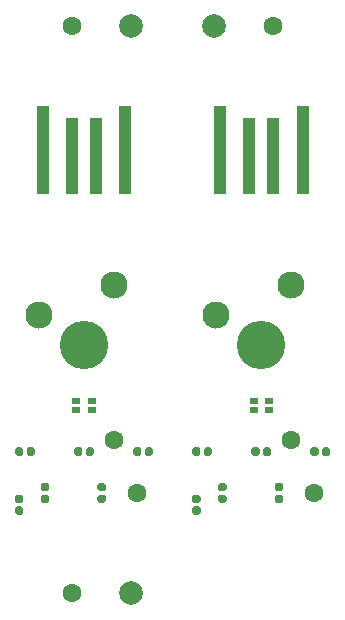
<source format=gts>
%TF.GenerationSoftware,KiCad,Pcbnew,5.1.6*%
%TF.CreationDate,2020-10-27T00:07:36+01:00*%
%TF.ProjectId,anykey-x2,616e796b-6579-42d7-9832-2e6b69636164,rev?*%
%TF.SameCoordinates,Original*%
%TF.FileFunction,Soldermask,Top*%
%TF.FilePolarity,Negative*%
%FSLAX46Y46*%
G04 Gerber Fmt 4.6, Leading zero omitted, Abs format (unit mm)*
G04 Created by KiCad (PCBNEW 5.1.6) date 2020-10-27 00:07:36*
%MOMM*%
%LPD*%
G01*
G04 APERTURE LIST*
%ADD10C,1.600000*%
%ADD11C,2.000000*%
%ADD12R,0.700000X0.500000*%
%ADD13R,1.100000X7.510000*%
%ADD14R,1.100000X6.510000*%
%ADD15C,2.300000*%
%ADD16C,4.100000*%
G04 APERTURE END LIST*
D10*
%TO.C,REF\u002A\u002A*%
X54999000Y-92501017D03*
%TD*%
%TO.C,REF\u002A\u002A*%
X72001018Y-44499000D03*
%TD*%
%TO.C,REF\u002A\u002A*%
X54999000Y-44499000D03*
%TD*%
D11*
%TO.C,REF\u002A\u002A*%
X59999000Y-92501017D03*
%TD*%
%TO.C,REF\u002A\u002A*%
X67001018Y-44499000D03*
%TD*%
%TO.C,REF\u002A\u002A*%
X59999000Y-44499000D03*
%TD*%
D12*
%TO.C,D2*%
X70350018Y-76180001D03*
X71650018Y-76180001D03*
X71650018Y-76980001D03*
X70350018Y-76980001D03*
%TD*%
D13*
%TO.C,J1*%
X74500018Y-54945001D03*
D14*
X72000018Y-55445001D03*
X70000018Y-55445001D03*
D13*
X67500018Y-54945001D03*
%TD*%
%TO.C,R2*%
G36*
G01*
X65302518Y-84170001D02*
X65697518Y-84170001D01*
G75*
G02*
X65870018Y-84342501I0J-172500D01*
G01*
X65870018Y-84687501D01*
G75*
G02*
X65697518Y-84860001I-172500J0D01*
G01*
X65302518Y-84860001D01*
G75*
G02*
X65130018Y-84687501I0J172500D01*
G01*
X65130018Y-84342501D01*
G75*
G02*
X65302518Y-84170001I172500J0D01*
G01*
G37*
G36*
G01*
X65302518Y-85140001D02*
X65697518Y-85140001D01*
G75*
G02*
X65870018Y-85312501I0J-172500D01*
G01*
X65870018Y-85657501D01*
G75*
G02*
X65697518Y-85830001I-172500J0D01*
G01*
X65302518Y-85830001D01*
G75*
G02*
X65130018Y-85657501I0J172500D01*
G01*
X65130018Y-85312501D01*
G75*
G02*
X65302518Y-85140001I172500J0D01*
G01*
G37*
%TD*%
%TO.C,R3*%
G36*
G01*
X67502518Y-83170001D02*
X67897518Y-83170001D01*
G75*
G02*
X68070018Y-83342501I0J-172500D01*
G01*
X68070018Y-83687501D01*
G75*
G02*
X67897518Y-83860001I-172500J0D01*
G01*
X67502518Y-83860001D01*
G75*
G02*
X67330018Y-83687501I0J172500D01*
G01*
X67330018Y-83342501D01*
G75*
G02*
X67502518Y-83170001I172500J0D01*
G01*
G37*
G36*
G01*
X67502518Y-84140001D02*
X67897518Y-84140001D01*
G75*
G02*
X68070018Y-84312501I0J-172500D01*
G01*
X68070018Y-84657501D01*
G75*
G02*
X67897518Y-84830001I-172500J0D01*
G01*
X67502518Y-84830001D01*
G75*
G02*
X67330018Y-84657501I0J172500D01*
G01*
X67330018Y-84312501D01*
G75*
G02*
X67502518Y-84140001I172500J0D01*
G01*
G37*
%TD*%
%TO.C,R4*%
G36*
G01*
X72302518Y-83170001D02*
X72697518Y-83170001D01*
G75*
G02*
X72870018Y-83342501I0J-172500D01*
G01*
X72870018Y-83687501D01*
G75*
G02*
X72697518Y-83860001I-172500J0D01*
G01*
X72302518Y-83860001D01*
G75*
G02*
X72130018Y-83687501I0J172500D01*
G01*
X72130018Y-83342501D01*
G75*
G02*
X72302518Y-83170001I172500J0D01*
G01*
G37*
G36*
G01*
X72302518Y-84140001D02*
X72697518Y-84140001D01*
G75*
G02*
X72870018Y-84312501I0J-172500D01*
G01*
X72870018Y-84657501D01*
G75*
G02*
X72697518Y-84830001I-172500J0D01*
G01*
X72302518Y-84830001D01*
G75*
G02*
X72130018Y-84657501I0J172500D01*
G01*
X72130018Y-84312501D01*
G75*
G02*
X72302518Y-84140001I172500J0D01*
G01*
G37*
%TD*%
%TO.C,R5*%
G36*
G01*
X66140018Y-80697501D02*
X66140018Y-80302501D01*
G75*
G02*
X66312518Y-80130001I172500J0D01*
G01*
X66657518Y-80130001D01*
G75*
G02*
X66830018Y-80302501I0J-172500D01*
G01*
X66830018Y-80697501D01*
G75*
G02*
X66657518Y-80870001I-172500J0D01*
G01*
X66312518Y-80870001D01*
G75*
G02*
X66140018Y-80697501I0J172500D01*
G01*
G37*
G36*
G01*
X65170018Y-80697501D02*
X65170018Y-80302501D01*
G75*
G02*
X65342518Y-80130001I172500J0D01*
G01*
X65687518Y-80130001D01*
G75*
G02*
X65860018Y-80302501I0J-172500D01*
G01*
X65860018Y-80697501D01*
G75*
G02*
X65687518Y-80870001I-172500J0D01*
G01*
X65342518Y-80870001D01*
G75*
G02*
X65170018Y-80697501I0J172500D01*
G01*
G37*
%TD*%
%TO.C,R6*%
G36*
G01*
X70170018Y-80697501D02*
X70170018Y-80302501D01*
G75*
G02*
X70342518Y-80130001I172500J0D01*
G01*
X70687518Y-80130001D01*
G75*
G02*
X70860018Y-80302501I0J-172500D01*
G01*
X70860018Y-80697501D01*
G75*
G02*
X70687518Y-80870001I-172500J0D01*
G01*
X70342518Y-80870001D01*
G75*
G02*
X70170018Y-80697501I0J172500D01*
G01*
G37*
G36*
G01*
X71140018Y-80697501D02*
X71140018Y-80302501D01*
G75*
G02*
X71312518Y-80130001I172500J0D01*
G01*
X71657518Y-80130001D01*
G75*
G02*
X71830018Y-80302501I0J-172500D01*
G01*
X71830018Y-80697501D01*
G75*
G02*
X71657518Y-80870001I-172500J0D01*
G01*
X71312518Y-80870001D01*
G75*
G02*
X71140018Y-80697501I0J172500D01*
G01*
G37*
%TD*%
%TO.C,R7*%
G36*
G01*
X75170018Y-80697501D02*
X75170018Y-80302501D01*
G75*
G02*
X75342518Y-80130001I172500J0D01*
G01*
X75687518Y-80130001D01*
G75*
G02*
X75860018Y-80302501I0J-172500D01*
G01*
X75860018Y-80697501D01*
G75*
G02*
X75687518Y-80870001I-172500J0D01*
G01*
X75342518Y-80870001D01*
G75*
G02*
X75170018Y-80697501I0J172500D01*
G01*
G37*
G36*
G01*
X76140018Y-80697501D02*
X76140018Y-80302501D01*
G75*
G02*
X76312518Y-80130001I172500J0D01*
G01*
X76657518Y-80130001D01*
G75*
G02*
X76830018Y-80302501I0J-172500D01*
G01*
X76830018Y-80697501D01*
G75*
G02*
X76657518Y-80870001I-172500J0D01*
G01*
X76312518Y-80870001D01*
G75*
G02*
X76140018Y-80697501I0J172500D01*
G01*
G37*
%TD*%
D15*
%TO.C,SW1*%
X73540018Y-66420001D03*
X67190018Y-68960001D03*
D16*
X71000018Y-71500001D03*
%TD*%
D10*
%TO.C,TP1*%
X73500018Y-79500001D03*
%TD*%
%TO.C,TP2*%
X75500018Y-84000001D03*
%TD*%
D12*
%TO.C,D2*%
X55350001Y-76180001D03*
X56650001Y-76180001D03*
X56650001Y-76980001D03*
X55350001Y-76980001D03*
%TD*%
D13*
%TO.C,J1*%
X59500001Y-54945001D03*
D14*
X57000001Y-55445001D03*
X55000001Y-55445001D03*
D13*
X52500001Y-54945001D03*
%TD*%
%TO.C,R2*%
G36*
G01*
X50302501Y-84170001D02*
X50697501Y-84170001D01*
G75*
G02*
X50870001Y-84342501I0J-172500D01*
G01*
X50870001Y-84687501D01*
G75*
G02*
X50697501Y-84860001I-172500J0D01*
G01*
X50302501Y-84860001D01*
G75*
G02*
X50130001Y-84687501I0J172500D01*
G01*
X50130001Y-84342501D01*
G75*
G02*
X50302501Y-84170001I172500J0D01*
G01*
G37*
G36*
G01*
X50302501Y-85140001D02*
X50697501Y-85140001D01*
G75*
G02*
X50870001Y-85312501I0J-172500D01*
G01*
X50870001Y-85657501D01*
G75*
G02*
X50697501Y-85830001I-172500J0D01*
G01*
X50302501Y-85830001D01*
G75*
G02*
X50130001Y-85657501I0J172500D01*
G01*
X50130001Y-85312501D01*
G75*
G02*
X50302501Y-85140001I172500J0D01*
G01*
G37*
%TD*%
%TO.C,R3*%
G36*
G01*
X52502501Y-83170001D02*
X52897501Y-83170001D01*
G75*
G02*
X53070001Y-83342501I0J-172500D01*
G01*
X53070001Y-83687501D01*
G75*
G02*
X52897501Y-83860001I-172500J0D01*
G01*
X52502501Y-83860001D01*
G75*
G02*
X52330001Y-83687501I0J172500D01*
G01*
X52330001Y-83342501D01*
G75*
G02*
X52502501Y-83170001I172500J0D01*
G01*
G37*
G36*
G01*
X52502501Y-84140001D02*
X52897501Y-84140001D01*
G75*
G02*
X53070001Y-84312501I0J-172500D01*
G01*
X53070001Y-84657501D01*
G75*
G02*
X52897501Y-84830001I-172500J0D01*
G01*
X52502501Y-84830001D01*
G75*
G02*
X52330001Y-84657501I0J172500D01*
G01*
X52330001Y-84312501D01*
G75*
G02*
X52502501Y-84140001I172500J0D01*
G01*
G37*
%TD*%
%TO.C,R4*%
G36*
G01*
X57302501Y-83170001D02*
X57697501Y-83170001D01*
G75*
G02*
X57870001Y-83342501I0J-172500D01*
G01*
X57870001Y-83687501D01*
G75*
G02*
X57697501Y-83860001I-172500J0D01*
G01*
X57302501Y-83860001D01*
G75*
G02*
X57130001Y-83687501I0J172500D01*
G01*
X57130001Y-83342501D01*
G75*
G02*
X57302501Y-83170001I172500J0D01*
G01*
G37*
G36*
G01*
X57302501Y-84140001D02*
X57697501Y-84140001D01*
G75*
G02*
X57870001Y-84312501I0J-172500D01*
G01*
X57870001Y-84657501D01*
G75*
G02*
X57697501Y-84830001I-172500J0D01*
G01*
X57302501Y-84830001D01*
G75*
G02*
X57130001Y-84657501I0J172500D01*
G01*
X57130001Y-84312501D01*
G75*
G02*
X57302501Y-84140001I172500J0D01*
G01*
G37*
%TD*%
%TO.C,R5*%
G36*
G01*
X51140001Y-80697501D02*
X51140001Y-80302501D01*
G75*
G02*
X51312501Y-80130001I172500J0D01*
G01*
X51657501Y-80130001D01*
G75*
G02*
X51830001Y-80302501I0J-172500D01*
G01*
X51830001Y-80697501D01*
G75*
G02*
X51657501Y-80870001I-172500J0D01*
G01*
X51312501Y-80870001D01*
G75*
G02*
X51140001Y-80697501I0J172500D01*
G01*
G37*
G36*
G01*
X50170001Y-80697501D02*
X50170001Y-80302501D01*
G75*
G02*
X50342501Y-80130001I172500J0D01*
G01*
X50687501Y-80130001D01*
G75*
G02*
X50860001Y-80302501I0J-172500D01*
G01*
X50860001Y-80697501D01*
G75*
G02*
X50687501Y-80870001I-172500J0D01*
G01*
X50342501Y-80870001D01*
G75*
G02*
X50170001Y-80697501I0J172500D01*
G01*
G37*
%TD*%
%TO.C,R6*%
G36*
G01*
X55170001Y-80697501D02*
X55170001Y-80302501D01*
G75*
G02*
X55342501Y-80130001I172500J0D01*
G01*
X55687501Y-80130001D01*
G75*
G02*
X55860001Y-80302501I0J-172500D01*
G01*
X55860001Y-80697501D01*
G75*
G02*
X55687501Y-80870001I-172500J0D01*
G01*
X55342501Y-80870001D01*
G75*
G02*
X55170001Y-80697501I0J172500D01*
G01*
G37*
G36*
G01*
X56140001Y-80697501D02*
X56140001Y-80302501D01*
G75*
G02*
X56312501Y-80130001I172500J0D01*
G01*
X56657501Y-80130001D01*
G75*
G02*
X56830001Y-80302501I0J-172500D01*
G01*
X56830001Y-80697501D01*
G75*
G02*
X56657501Y-80870001I-172500J0D01*
G01*
X56312501Y-80870001D01*
G75*
G02*
X56140001Y-80697501I0J172500D01*
G01*
G37*
%TD*%
%TO.C,R7*%
G36*
G01*
X60170001Y-80697501D02*
X60170001Y-80302501D01*
G75*
G02*
X60342501Y-80130001I172500J0D01*
G01*
X60687501Y-80130001D01*
G75*
G02*
X60860001Y-80302501I0J-172500D01*
G01*
X60860001Y-80697501D01*
G75*
G02*
X60687501Y-80870001I-172500J0D01*
G01*
X60342501Y-80870001D01*
G75*
G02*
X60170001Y-80697501I0J172500D01*
G01*
G37*
G36*
G01*
X61140001Y-80697501D02*
X61140001Y-80302501D01*
G75*
G02*
X61312501Y-80130001I172500J0D01*
G01*
X61657501Y-80130001D01*
G75*
G02*
X61830001Y-80302501I0J-172500D01*
G01*
X61830001Y-80697501D01*
G75*
G02*
X61657501Y-80870001I-172500J0D01*
G01*
X61312501Y-80870001D01*
G75*
G02*
X61140001Y-80697501I0J172500D01*
G01*
G37*
%TD*%
D15*
%TO.C,SW1*%
X58540001Y-66420001D03*
X52190001Y-68960001D03*
D16*
X56000001Y-71500001D03*
%TD*%
D10*
%TO.C,TP1*%
X58500001Y-79500001D03*
%TD*%
%TO.C,TP2*%
X60500001Y-84000001D03*
%TD*%
M02*

</source>
